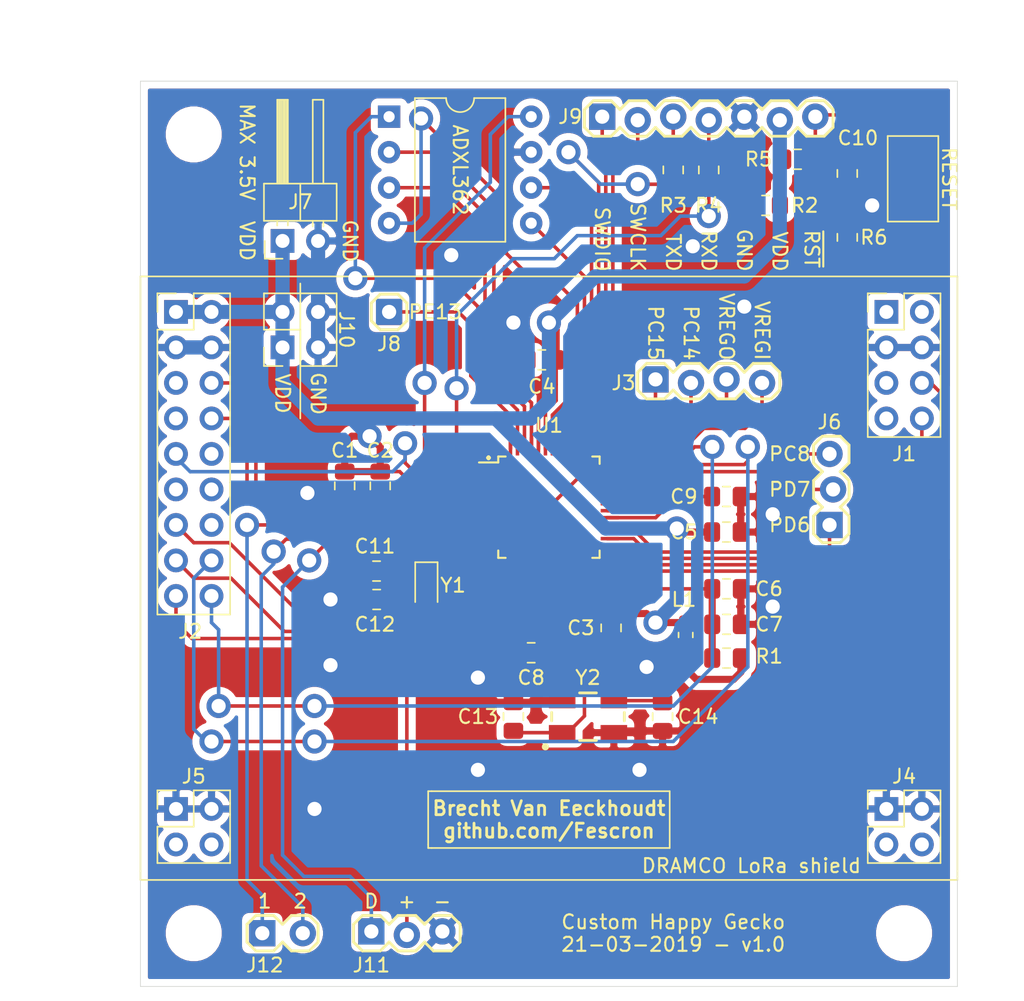
<source format=kicad_pcb>
(kicad_pcb (version 20171130) (host pcbnew 5.1.0-060a0da~80~ubuntu18.10.1)
  (layers (0 F.Cu signal) (31 B.Cu signal) (34 B.Paste user) (35 F.Paste user) (36 B.SilkS user) (37 F.SilkS user) (38 B.Mask user) (39 F.Mask user) (44 Edge.Cuts user))
  (net 0 "")
  (net 1 GND)
  (net 2 VDD)
  (net 3 "Net-(C6-Pad1)")
  (net 4 "Net-(C9-Pad1)")
  (net 5 DBG_~RESET)
  (net 6 TEMP_VDD)
  (net 7 /PC10)
  (net 8 /PA10)
  (net 9 /PC09)
  (net 10 /PA09)
  (net 11 ADXL_VDD)
  (net 12 /PA08)
  (net 13 TEMP_DATA)
  (net 14 /PA02)
  (net 15 DBG_RXD)
  (net 16 DBG_TXD)
  (net 17 ADXL_SCK)
  (net 18 ADXL_MISO)
  (net 19 ADXL_MOSI)
  (net 20 ADXL_~CS)
  (net 21 ADXL_INT2)
  (net 22 ADXL_INT1)
  (net 23 /PD05)
  (net 24 DBG_SWDIO)
  (net 25 /PD04)
  (net 26 DBG_SWCLK)
  (net 27 BREAK_2)
  (net 28 BREAK_1)
  (net 29 "Net-(L1-Pad2)")
  (net 30 /LFXTAL_P)
  (net 31 /LFXTAL_N)
  (net 32 /HFXTAL_P)
  (net 33 /HFXTAL_N)
  (net 34 /B4)
  (net 35 /B3)
  (net 36 /B2)
  (net 37 /B1)
  (net 38 /PC01)
  (net 39 /PC00)
  (net 40 "Net-(J6-Pad1)")
  (net 41 "Net-(R6-Pad1)")
  (net 42 "Net-(J6-Pad3)")
  (net 43 "Net-(J6-Pad2)")
  (net 44 "Net-(J8-Pad1)")
  (net 45 "Net-(J9-Pad4)")
  (net 46 "Net-(J9-Pad3)")
  (module Package_QFP:TQFP-48_7x7mm_P0.5mm (layer F.Cu) (at 127 69.85)
    (fp_text reference U1 (at 0 -5.85) (layer F.SilkS))
    (fp_text value EFM32HG322)
    (pad 48 smd rect (at -2.75 -4.35 90) (size 1.3 0.25) (layers F.Cu F.Paste F.Mask) (net 44 "Net-(J8-Pad1)"))
    (pad 47 smd rect (at -2.25 -4.35 90) (size 1.3 0.25) (layers F.Cu F.Paste F.Mask) (net 17 ADXL_SCK))
    (pad 46 smd rect (at -1.75 -4.35 90) (size 1.3 0.25) (layers F.Cu F.Paste F.Mask) (net 18 ADXL_MISO))
    (pad 45 smd rect (at -1.25 -4.35 90) (size 1.3 0.25) (layers F.Cu F.Paste F.Mask) (net 19 ADXL_MOSI))
    (pad 44 smd rect (at -0.75 -4.35 90) (size 1.3 0.25) (layers F.Cu F.Paste F.Mask) (net 1 GND))
    (pad 43 smd rect (at -0.25 -4.35 90) (size 1.3 0.25) (layers F.Cu F.Paste F.Mask) (net 2 VDD))
    (pad 42 smd rect (at 0.25 -4.35 90) (size 1.3 0.25) (layers F.Cu F.Paste F.Mask) (net 20 ADXL_~CS))
    (pad 41 smd rect (at 0.75 -4.35 90) (size 1.3 0.25) (layers F.Cu F.Paste F.Mask) (net 21 ADXL_INT2))
    (pad 40 smd rect (at 1.25 -4.35 90) (size 1.3 0.25) (layers F.Cu F.Paste F.Mask) (net 22 ADXL_INT1))
    (pad 39 smd rect (at 1.75 -4.35 90) (size 1.3 0.25) (layers F.Cu F.Paste F.Mask) (net 16 DBG_TXD))
    (pad 38 smd rect (at 2.25 -4.35 90) (size 1.3 0.25) (layers F.Cu F.Paste F.Mask) (net 24 DBG_SWDIO))
    (pad 37 smd rect (at 2.75 -4.35 90) (size 1.3 0.25) (layers F.Cu F.Paste F.Mask) (net 26 DBG_SWCLK))
    (pad 36 smd rect (at 4.35 -2.75) (size 1.3 0.25) (layers F.Cu F.Paste F.Mask) (net 37 /B1))
    (pad 35 smd rect (at 4.35 -2.25) (size 1.3 0.25) (layers F.Cu F.Paste F.Mask) (net 36 /B2))
    (pad 34 smd rect (at 4.35 -1.75) (size 1.3 0.25) (layers F.Cu F.Paste F.Mask) (net 35 /B3))
    (pad 33 smd rect (at 4.35 -1.25) (size 1.3 0.25) (layers F.Cu F.Paste F.Mask) (net 34 /B4))
    (pad 32 smd rect (at 4.35 -0.75) (size 1.3 0.25) (layers F.Cu F.Paste F.Mask) (net 7 /PC10))
    (pad 31 smd rect (at 4.35 -0.25) (size 1.3 0.25) (layers F.Cu F.Paste F.Mask) (net 9 /PC09))
    (pad 30 smd rect (at 4.35 0.25) (size 1.3 0.25) (layers F.Cu F.Paste F.Mask) (net 42 "Net-(J6-Pad3)"))
    (pad 29 smd rect (at 4.35 0.75) (size 1.3 0.25) (layers F.Cu F.Paste F.Mask) (net 4 "Net-(C9-Pad1)"))
    (pad 28 smd rect (at 4.35 1.25) (size 1.3 0.25) (layers F.Cu F.Paste F.Mask) (net 2 VDD))
    (pad 27 smd rect (at 4.35 1.75) (size 1.3 0.25) (layers F.Cu F.Paste F.Mask) (net 43 "Net-(J6-Pad2)"))
    (pad 26 smd rect (at 4.35 2.25) (size 1.3 0.25) (layers F.Cu F.Paste F.Mask) (net 40 "Net-(J6-Pad1)"))
    (pad 25 smd rect (at 4.35 2.75) (size 1.3 0.25) (layers F.Cu F.Paste F.Mask) (net 23 /PD05))
    (pad 24 smd rect (at 2.75 4.35 90) (size 1.3 0.25) (layers F.Cu F.Paste F.Mask) (net 25 /PD04))
    (pad 23 smd rect (at 2.25 4.35 90) (size 1.3 0.25) (layers F.Cu F.Paste F.Mask) (net 3 "Net-(C6-Pad1)"))
    (pad 22 smd rect (at 1.75 4.35 90) (size 1.3 0.25) (layers F.Cu F.Paste F.Mask) (net 2 VDD))
    (pad 21 smd rect (at 1.25 4.35 90) (size 1.3 0.25) (layers F.Cu F.Paste F.Mask) (net 33 /HFXTAL_N))
    (pad 20 smd rect (at 0.75 4.35 90) (size 1.3 0.25) (layers F.Cu F.Paste F.Mask) (net 32 /HFXTAL_P))
    (pad 19 smd rect (at 0.25 4.35 90) (size 1.3 0.25) (layers F.Cu F.Paste F.Mask) (net 3 "Net-(C6-Pad1)"))
    (pad 18 smd rect (at -0.25 4.35 90) (size 1.3 0.25) (layers F.Cu F.Paste F.Mask) (net 1 GND))
    (pad 17 smd rect (at -0.75 4.35 90) (size 1.3 0.25) (layers F.Cu F.Paste F.Mask) (net 6 TEMP_VDD))
    (pad 16 smd rect (at -1.25 4.35 90) (size 1.3 0.25) (layers F.Cu F.Paste F.Mask) (net 5 DBG_~RESET))
    (pad 15 smd rect (at -1.75 4.35 90) (size 1.3 0.25) (layers F.Cu F.Paste F.Mask) (net 8 /PA10))
    (pad 14 smd rect (at -2.25 4.35 90) (size 1.3 0.25) (layers F.Cu F.Paste F.Mask) (net 10 /PA09))
    (pad 13 smd rect (at -2.75 4.35 90) (size 1.3 0.25) (layers F.Cu F.Paste F.Mask) (net 12 /PA08))
    (pad 12 smd rect (at -4.35 2.75) (size 1.3 0.25) (layers F.Cu F.Paste F.Mask) (net 31 /LFXTAL_N))
    (pad 11 smd rect (at -4.35 2.25) (size 1.3 0.25) (layers F.Cu F.Paste F.Mask) (net 30 /LFXTAL_P))
    (pad 10 smd rect (at -4.35 1.75) (size 1.3 0.25) (layers F.Cu F.Paste F.Mask) (net 13 TEMP_DATA))
    (pad 9 smd rect (at -4.35 1.25) (size 1.3 0.25) (layers F.Cu F.Paste F.Mask) (net 27 BREAK_2))
    (pad 8 smd rect (at -4.35 0.75) (size 1.3 0.25) (layers F.Cu F.Paste F.Mask) (net 28 BREAK_1))
    (pad 7 smd rect (at -4.35 0.25) (size 1.3 0.25) (layers F.Cu F.Paste F.Mask) (net 38 /PC01))
    (pad 6 smd rect (at -4.35 -0.25) (size 1.3 0.25) (layers F.Cu F.Paste F.Mask) (net 39 /PC00))
    (pad 5 smd rect (at -4.35 -0.75) (size 1.3 0.25) (layers F.Cu F.Paste F.Mask) (net 1 GND))
    (pad 4 smd rect (at -4.35 -1.25) (size 1.3 0.25) (layers F.Cu F.Paste F.Mask) (net 2 VDD))
    (pad 3 smd rect (at -4.35 -1.75) (size 1.3 0.25) (layers F.Cu F.Paste F.Mask) (net 14 /PA02))
    (pad 2 smd rect (at -4.35 -2.25) (size 1.3 0.25) (layers F.Cu F.Paste F.Mask) (net 11 ADXL_VDD))
    (pad 1 smd rect (at -4.35 -2.75) (size 1.3 0.25) (layers F.Cu F.Paste F.Mask) (net 15 DBG_RXD))
  )
  (module Inductor_SMD:L_0603_1608Metric_Pad1.05x0.95mm_HandSolder (layer F.Cu) (at 136.779 78.994 270)
    (fp_text reference L1 (at -2.54 0.127) (layer F.SilkS))
    (fp_text value CBF102WB)
    (pad 2 smd roundrect (at 0.875 0 270) (size 1.05 0.95) (layers F.Cu F.Paste F.Mask) (net 29 "Net-(L1-Pad2)"))
    (pad 1 smd roundrect (at -0.875 0 270) (size 1.05 0.95) (layers F.Cu F.Paste F.Mask) (net 2 VDD))
  )
  (module Connectors:1X02_LOCK (layer F.Cu) (at 106.68 100.33)
    (fp_text reference J12 (at 0 2.286) (layer F.SilkS))
    (fp_text value Conn_01x02 hide)
    (pad 2 thru_hole circle (at 2.7178 0) (size 1.8796 1.8796) (drill 1.016) (layers *.Cu *.Mask) (net 27 BREAK_2))
    (pad 1 thru_hole rect (at -0.1778 0) (size 1.8796 1.8796) (drill 1.016) (layers *.Cu *.Mask) (net 28 BREAK_1))
  )
  (module Connectors:1X03_LOCK (layer F.Cu) (at 114.3 100.33)
    (fp_text reference J11 (at 0 2.286) (layer F.SilkS))
    (fp_text value Conn_01x03 hide)
    (pad 3 thru_hole circle (at 5.08 -0.127) (size 1.8796 1.8796) (drill 1.016) (layers *.Cu *.Mask) (net 1 GND))
    (pad 2 thru_hole circle (at 2.54 0.127) (size 1.8796 1.8796) (drill 1.016) (layers *.Cu *.Mask) (net 6 TEMP_VDD))
    (pad 1 thru_hole rect (at 0 -0.127) (size 1.8796 1.8796) (drill 1.016) (layers *.Cu *.Mask) (net 13 TEMP_DATA))
  )
  (module Connector_PinSocket_2.54mm:PinSocket_2x02_P2.54mm_Vertical (layer F.Cu) (at 107.95 58.42 180)
    (fp_text reference J10 (at -4.572 1.27 270 unlocked) (layer F.SilkS))
    (fp_text value Conn_02x02_Odd_Even)
    (pad 4 thru_hole oval (at -2.54 2.54 180) (size 1.7 1.7) (drill 1) (layers *.Cu *.Mask) (net 1 GND))
    (pad 3 thru_hole oval (at 0 2.54 180) (size 1.7 1.7) (drill 1) (layers *.Cu *.Mask) (net 2 VDD))
    (pad 2 thru_hole oval (at -2.54 0 180) (size 1.7 1.7) (drill 1) (layers *.Cu *.Mask) (net 1 GND))
    (pad 1 thru_hole rect (at 0 0 180) (size 1.7 1.7) (drill 1) (layers *.Cu *.Mask) (net 2 VDD))
  )
  (module Connectors:1X07_LOCK (layer F.Cu) (at 130.81 42.037)
    (fp_text reference J9 (at -2.286 -0.127) (layer F.SilkS))
    (fp_text value Conn_01x07 hide)
    (pad 7 thru_hole circle (at 15.24 -0.127) (size 1.8796 1.8796) (drill 1.016) (layers *.Cu *.Mask) (net 5 DBG_~RESET))
    (pad 6 thru_hole circle (at 12.7 0.127) (size 1.8796 1.8796) (drill 1.016) (layers *.Cu *.Mask) (net 2 VDD))
    (pad 5 thru_hole circle (at 10.16 -0.127) (size 1.8796 1.8796) (drill 1.016) (layers *.Cu *.Mask) (net 1 GND))
    (pad 4 thru_hole circle (at 7.62 0.127) (size 1.8796 1.8796) (drill 1.016) (layers *.Cu *.Mask) (net 45 "Net-(J9-Pad4)"))
    (pad 3 thru_hole circle (at 5.08 -0.127) (size 1.8796 1.8796) (drill 1.016) (layers *.Cu *.Mask) (net 46 "Net-(J9-Pad3)"))
    (pad 2 thru_hole circle (at 2.54 0.127) (size 1.8796 1.8796) (drill 1.016) (layers *.Cu *.Mask) (net 26 DBG_SWCLK))
    (pad 1 thru_hole rect (at 0 -0.127) (size 1.8796 1.8796) (drill 1.016) (layers *.Cu *.Mask) (net 24 DBG_SWDIO))
  )
  (module Connectors:1X01 (layer F.Cu) (at 115.57 55.88 90)
    (fp_text reference J8 (at -2.286 0 180) (layer F.SilkS))
    (fp_text value Conn_01x01 hide)
    (pad 1 thru_hole rect (at 0 0 90) (size 1.8796 1.8796) (drill 1.016) (layers *.Cu *.Mask) (net 44 "Net-(J8-Pad1)"))
  )
  (module Connector_PinHeader_2.54mm:PinHeader_1x02_P2.54mm_Horizontal (layer F.Cu) (at 107.95 50.8 90)
    (fp_text reference J7 (at 2.794 1.27 180) (layer F.SilkS))
    (fp_text value Conn_01x02)
    (pad 2 thru_hole oval (at 0 2.54 90) (size 1.7 1.7) (drill 1) (layers *.Cu *.Mask) (net 1 GND))
    (pad 1 thru_hole rect (at 0 0 90) (size 1.7 1.7) (drill 1) (layers *.Cu *.Mask) (net 2 VDD))
  )
  (module Connectors:1X03_LOCK (layer F.Cu) (at 147.193 71.12 90)
    (fp_text reference J6 (at 7.366 -0.127 180) (layer F.SilkS))
    (fp_text value Conn_01x03 hide)
    (pad 3 thru_hole circle (at 5.08 -0.127 90) (size 1.8796 1.8796) (drill 1.016) (layers *.Cu *.Mask) (net 42 "Net-(J6-Pad3)"))
    (pad 2 thru_hole circle (at 2.54 0.127 90) (size 1.8796 1.8796) (drill 1.016) (layers *.Cu *.Mask) (net 43 "Net-(J6-Pad2)"))
    (pad 1 thru_hole rect (at 0 -0.127 90) (size 1.8796 1.8796) (drill 1.016) (layers *.Cu *.Mask) (net 40 "Net-(J6-Pad1)"))
  )
  (module Connector_PinHeader_2.54mm:PinHeader_2x02_P2.54mm_Vertical (layer F.Cu) (at 100.33 91.44)
    (fp_text reference J5 (at 1.27 -2.33) (layer F.SilkS))
    (fp_text value Conn_02x02_Odd_Even)
    (pad 4 thru_hole oval (at 2.54 2.54) (size 1.7 1.7) (drill 1) (layers *.Cu *.Mask))
    (pad 3 thru_hole oval (at 0 2.54) (size 1.7 1.7) (drill 1) (layers *.Cu *.Mask))
    (pad 2 thru_hole oval (at 2.54 0) (size 1.7 1.7) (drill 1) (layers *.Cu *.Mask) (net 1 GND))
    (pad 1 thru_hole rect (at 0 0) (size 1.7 1.7) (drill 1) (layers *.Cu *.Mask) (net 1 GND))
  )
  (module Connector_PinHeader_2.54mm:PinHeader_2x02_P2.54mm_Vertical (layer F.Cu) (at 151.13 91.44)
    (fp_text reference J4 (at 1.27 -2.33) (layer F.SilkS))
    (fp_text value Conn_02x02_Odd_Even)
    (pad 4 thru_hole oval (at 2.54 2.54) (size 1.7 1.7) (drill 1) (layers *.Cu *.Mask))
    (pad 3 thru_hole oval (at 0 2.54) (size 1.7 1.7) (drill 1) (layers *.Cu *.Mask))
    (pad 2 thru_hole oval (at 2.54 0) (size 1.7 1.7) (drill 1) (layers *.Cu *.Mask) (net 1 GND))
    (pad 1 thru_hole rect (at 0 0) (size 1.7 1.7) (drill 1) (layers *.Cu *.Mask) (net 1 GND))
  )
  (module Connector_PinHeader_2.54mm:PinHeader_2x09_P2.54mm_Vertical (layer F.Cu) (at 100.33 55.88)
    (fp_text reference J2 (at 1.016 22.86) (layer F.SilkS))
    (fp_text value Conn_02x09_Odd_Even)
    (pad 18 thru_hole oval (at 2.54 20.32) (size 1.7 1.7) (drill 1) (layers *.Cu *.Mask) (net 7 /PC10))
    (pad 17 thru_hole oval (at 0 20.32) (size 1.7 1.7) (drill 1) (layers *.Cu *.Mask) (net 8 /PA10))
    (pad 16 thru_hole oval (at 2.54 17.78) (size 1.7 1.7) (drill 1) (layers *.Cu *.Mask) (net 9 /PC09))
    (pad 15 thru_hole oval (at 0 17.78) (size 1.7 1.7) (drill 1) (layers *.Cu *.Mask) (net 10 /PA09))
    (pad 14 thru_hole oval (at 2.54 15.24) (size 1.7 1.7) (drill 1) (layers *.Cu *.Mask))
    (pad 13 thru_hole oval (at 0 15.24) (size 1.7 1.7) (drill 1) (layers *.Cu *.Mask) (net 12 /PA08))
    (pad 12 thru_hole oval (at 2.54 12.7) (size 1.7 1.7) (drill 1) (layers *.Cu *.Mask))
    (pad 11 thru_hole oval (at 0 12.7) (size 1.7 1.7) (drill 1) (layers *.Cu *.Mask))
    (pad 10 thru_hole oval (at 2.54 10.16) (size 1.7 1.7) (drill 1) (layers *.Cu *.Mask))
    (pad 9 thru_hole oval (at 0 10.16) (size 1.7 1.7) (drill 1) (layers *.Cu *.Mask) (net 14 /PA02))
    (pad 8 thru_hole oval (at 2.54 7.62) (size 1.7 1.7) (drill 1) (layers *.Cu *.Mask) (net 38 /PC01))
    (pad 7 thru_hole oval (at 0 7.62) (size 1.7 1.7) (drill 1) (layers *.Cu *.Mask))
    (pad 6 thru_hole oval (at 2.54 5.08) (size 1.7 1.7) (drill 1) (layers *.Cu *.Mask) (net 39 /PC00))
    (pad 5 thru_hole oval (at 0 5.08) (size 1.7 1.7) (drill 1) (layers *.Cu *.Mask))
    (pad 4 thru_hole oval (at 2.54 2.54) (size 1.7 1.7) (drill 1) (layers *.Cu *.Mask) (net 1 GND))
    (pad 3 thru_hole oval (at 0 2.54) (size 1.7 1.7) (drill 1) (layers *.Cu *.Mask) (net 1 GND))
    (pad 2 thru_hole oval (at 2.54 0) (size 1.7 1.7) (drill 1) (layers *.Cu *.Mask) (net 2 VDD))
    (pad 1 thru_hole rect (at 0 0) (size 1.7 1.7) (drill 1) (layers *.Cu *.Mask) (net 2 VDD))
  )
  (module Connector_PinHeader_2.54mm:PinHeader_2x04_P2.54mm_Vertical (layer F.Cu) (at 151.13 55.88)
    (fp_text reference J1 (at 1.27 10.16) (layer F.SilkS))
    (fp_text value Conn_02x04_Odd_Even)
    (pad 8 thru_hole oval (at 2.54 7.62) (size 1.7 1.7) (drill 1) (layers *.Cu *.Mask) (net 23 /PD05))
    (pad 7 thru_hole oval (at 0 7.62) (size 1.7 1.7) (drill 1) (layers *.Cu *.Mask))
    (pad 6 thru_hole oval (at 2.54 5.08) (size 1.7 1.7) (drill 1) (layers *.Cu *.Mask) (net 25 /PD04))
    (pad 5 thru_hole oval (at 0 5.08) (size 1.7 1.7) (drill 1) (layers *.Cu *.Mask))
    (pad 4 thru_hole oval (at 2.54 2.54) (size 1.7 1.7) (drill 1) (layers *.Cu *.Mask) (net 1 GND))
    (pad 3 thru_hole oval (at 0 2.54) (size 1.7 1.7) (drill 1) (layers *.Cu *.Mask) (net 1 GND))
    (pad 2 thru_hole oval (at 2.54 0) (size 1.7 1.7) (drill 1) (layers *.Cu *.Mask))
    (pad 1 thru_hole rect (at 0 0) (size 1.7 1.7) (drill 1) (layers *.Cu *.Mask))
  )
  (module Connectors:1X04_LOCK (layer F.Cu) (at 134.62 60.833)
    (fp_text reference J3 (at -2.286 0.127) (layer F.SilkS))
    (fp_text value Conn_01x04 hide)
    (pad 4 thru_hole circle (at 7.62 0.127) (size 1.8796 1.8796) (drill 1.016) (layers *.Cu *.Mask) (net 34 /B4))
    (pad 3 thru_hole circle (at 5.08 -0.127) (size 1.8796 1.8796) (drill 1.016) (layers *.Cu *.Mask) (net 35 /B3))
    (pad 2 thru_hole circle (at 2.54 0.127) (size 1.8796 1.8796) (drill 1.016) (layers *.Cu *.Mask) (net 36 /B2))
    (pad 1 thru_hole rect (at 0 -0.127) (size 1.8796 1.8796) (drill 1.016) (layers *.Cu *.Mask) (net 37 /B1))
  )
  (module Capacitor_SMD:C_0805_2012Metric_Pad1.15x1.40mm_HandSolder (layer F.Cu) (at 125.73 80.264 180)
    (fp_text reference C8 (at 0 -1.778 180) (layer F.SilkS))
    (fp_text value "10 nF")
    (pad 2 smd roundrect (at 1.025 0 180) (size 1.15 1.4) (layers F.Cu F.Paste F.Mask) (roundrect_rratio 0.217391) (net 1 GND))
    (pad 1 smd roundrect (at -1.025 0 180) (size 1.15 1.4) (layers F.Cu F.Paste F.Mask) (roundrect_rratio 0.217391) (net 3 "Net-(C6-Pad1)"))
  )
  (module Capacitor_SMD:C_0805_2012Metric_Pad1.15x1.40mm_HandSolder (layer F.Cu) (at 114.935 68.326 270)
    (fp_text reference C2 (at -2.54 0) (layer F.SilkS))
    (fp_text value "100 nF")
    (pad 2 smd roundrect (at 1.025 0 270) (size 1.15 1.4) (layers F.Cu F.Paste F.Mask) (roundrect_rratio 0.217391) (net 1 GND))
    (pad 1 smd roundrect (at -1.025 0 270) (size 1.15 1.4) (layers F.Cu F.Paste F.Mask) (roundrect_rratio 0.217391) (net 2 VDD))
  )
  (module Crystal:Crystal_SMD_2012-2Pin_2.0x1.2mm_HandSoldering (layer F.Cu) (at 118.237 75.438 270)
    (fp_text reference Y1 (at 0 -1.905) (layer F.SilkS))
    (fp_text value "32,768 kHz")
    (pad 2 smd rect (at 0.925 0 270) (size 1.05 1.1) (layers F.Cu F.Paste F.Mask) (net 31 /LFXTAL_N))
    (pad 1 smd rect (at -0.925 0 270) (size 1.05 1.1) (layers F.Cu F.Paste F.Mask) (net 30 /LFXTAL_P))
  )
  (module Package_DIP:DIP-8_W10.16mm (layer F.Cu) (at 115.57 41.91)
    (fp_text reference U2 hide)
    (fp_text value ADXL362-breakout)
    (pad 8 thru_hole oval (at 10.16 0) (size 1.6 1.6) (drill 0.8) (layers *.Cu *.Mask) (net 11 ADXL_VDD))
    (pad 4 thru_hole oval (at 0 7.62) (size 1.6 1.6) (drill 0.8) (layers *.Cu *.Mask) (net 20 ADXL_~CS))
    (pad 7 thru_hole oval (at 10.16 2.54) (size 1.6 1.6) (drill 0.8) (layers *.Cu *.Mask) (net 1 GND))
    (pad 3 thru_hole oval (at 0 5.08) (size 1.6 1.6) (drill 0.8) (layers *.Cu *.Mask) (net 18 ADXL_MISO))
    (pad 6 thru_hole oval (at 10.16 5.08) (size 1.6 1.6) (drill 0.8) (layers *.Cu *.Mask) (net 22 ADXL_INT1))
    (pad 2 thru_hole oval (at 0 2.54) (size 1.6 1.6) (drill 0.8) (layers *.Cu *.Mask) (net 19 ADXL_MOSI))
    (pad 5 thru_hole oval (at 10.16 7.62) (size 1.6 1.6) (drill 0.8) (layers *.Cu *.Mask) (net 21 ADXL_INT2))
    (pad 1 thru_hole rect (at 0 0) (size 1.6 1.6) (drill 0.8) (layers *.Cu *.Mask) (net 17 ADXL_SCK))
  )
  (module Capacitor_SMD:C_0805_2012Metric_Pad1.15x1.40mm_HandSolder (layer F.Cu) (at 112.395 68.326 270)
    (fp_text reference C1 (at -2.54 0 180) (layer F.SilkS))
    (fp_text value "10 µF")
    (pad 2 smd roundrect (at 1.025 0 270) (size 1.15 1.4) (layers F.Cu F.Paste F.Mask) (roundrect_rratio 0.217391) (net 1 GND))
    (pad 1 smd roundrect (at -1.025 0 270) (size 1.15 1.4) (layers F.Cu F.Paste F.Mask) (roundrect_rratio 0.217391) (net 2 VDD))
  )
  (module Button_Switch_SMD:SW_SPST_FSMSM (layer F.Cu) (at 153.035 46.355 270)
    (fp_text reference RESET (at 0 -2.6 270 unlocked) (layer F.SilkS))
    (fp_text value SW_Push)
    (pad 2 smd rect (at 4.59 0 270) (size 2.18 1.6) (layers F.Cu F.Paste F.Mask) (net 41 "Net-(R6-Pad1)"))
    (pad 1 smd rect (at -4.59 0 270) (size 2.18 1.6) (layers F.Cu F.Paste F.Mask) (net 5 DBG_~RESET))
  )
  (module Resistor_SMD:R_0805_2012Metric_Pad1.15x1.40mm_HandSolder (layer F.Cu) (at 148.336 50.546 90)
    (fp_text reference R6 (at 0 1.905 180) (layer F.SilkS))
    (fp_text value "100 Ω")
    (pad 1 smd roundrect (at -1.025 0 90) (size 1.15 1.4) (layers F.Cu F.Paste F.Mask) (roundrect_rratio 0.217391) (net 41 "Net-(R6-Pad1)"))
    (pad 2 smd roundrect (at 1.025 0 90) (size 1.15 1.4) (layers F.Cu F.Paste F.Mask) (roundrect_rratio 0.217391) (net 1 GND))
  )
  (module Resistor_SMD:R_0805_2012Metric_Pad1.15x1.40mm_HandSolder (layer F.Cu) (at 144.78 44.958)
    (fp_text reference R5 (at -2.794 0) (layer F.SilkS))
    (fp_text value "1 kΩ" hide)
    (pad 2 smd roundrect (at 1.025 0) (size 1.15 1.4) (layers F.Cu F.Paste F.Mask) (roundrect_rratio 0.217391) (net 5 DBG_~RESET))
    (pad 1 smd roundrect (at -1.025 0) (size 1.15 1.4) (layers F.Cu F.Paste F.Mask) (roundrect_rratio 0.217391) (net 2 VDD))
  )
  (module Resistor_SMD:R_0805_2012Metric_Pad1.15x1.40mm_HandSolder (layer F.Cu) (at 138.43 45.72 270)
    (fp_text reference R4 (at 2.54 0) (layer F.SilkS))
    (fp_text value "100 Ω" hide)
    (pad 2 smd roundrect (at 1.025 0 270) (size 1.15 1.4) (layers F.Cu F.Paste F.Mask) (roundrect_rratio 0.217391) (net 15 DBG_RXD))
    (pad 1 smd roundrect (at -1.025 0 270) (size 1.15 1.4) (layers F.Cu F.Paste F.Mask) (roundrect_rratio 0.217391) (net 45 "Net-(J9-Pad4)"))
  )
  (module Resistor_SMD:R_0805_2012Metric_Pad1.15x1.40mm_HandSolder (layer F.Cu) (at 135.89 45.72 270)
    (fp_text reference R3 (at 2.54 0) (layer F.SilkS))
    (fp_text value "100 Ω")
    (pad 2 smd roundrect (at 1.025 0 270) (size 1.15 1.4) (layers F.Cu F.Paste F.Mask) (roundrect_rratio 0.217391) (net 16 DBG_TXD))
    (pad 1 smd roundrect (at -1.025 0 270) (size 1.15 1.4) (layers F.Cu F.Paste F.Mask) (roundrect_rratio 0.217391) (net 46 "Net-(J9-Pad3)"))
  )
  (module Resistor_SMD:R_0805_2012Metric_Pad1.15x1.40mm_HandSolder (layer F.Cu) (at 142.494 48.26 180)
    (fp_text reference R2 (at -2.794 0 180) (layer F.SilkS))
    (fp_text value "10 kΩ")
    (pad 2 smd roundrect (at 1.025 0 180) (size 1.15 1.4) (layers F.Cu F.Paste F.Mask) (roundrect_rratio 0.217391) (net 15 DBG_RXD))
    (pad 1 smd roundrect (at -1.025 0 180) (size 1.15 1.4) (layers F.Cu F.Paste F.Mask) (roundrect_rratio 0.217391) (net 2 VDD))
  )
  (module Resistor_SMD:R_0805_2012Metric_Pad1.15x1.40mm_HandSolder (layer F.Cu) (at 139.7 80.645 180)
    (fp_text reference R1 (at -3.048 0.127 180) (layer F.SilkS))
    (fp_text value "1 Ω")
    (pad 2 smd roundrect (at 1.025 0 180) (size 1.15 1.4) (layers F.Cu F.Paste F.Mask) (roundrect_rratio 0.217391) (net 3 "Net-(C6-Pad1)"))
    (pad 1 smd roundrect (at -1.025 0 180) (size 1.15 1.4) (layers F.Cu F.Paste F.Mask) (roundrect_rratio 0.217391) (net 29 "Net-(L1-Pad2)"))
  )
  (module MountingHole:MountingHole_3mm (layer F.Cu) (at 152.4 100.33)
    (fp_text reference H3 hide)
    (fp_text value MountingHole)
    (pad 1 np_thru_hole circle (at 0 0) (size 3 3) (drill 3) (layers *.Cu *.Mask))
  )
  (module MountingHole:MountingHole_3mm (layer F.Cu) (at 101.6 100.33)
    (fp_text reference H2 hide)
    (fp_text value MountingHole)
    (pad 1 np_thru_hole circle (at 0 0) (size 3 3) (drill 3) (layers *.Cu *.Mask))
  )
  (module MountingHole:MountingHole_3mm (layer F.Cu) (at 101.6 43.18)
    (fp_text reference H1 hide)
    (fp_text value MountingHole hide)
    (pad 1 np_thru_hole circle (at 0 0) (size 3 3) (drill 3) (layers *.Cu *.Mask))
  )
  (module Capacitor_SMD:C_0805_2012Metric_Pad1.15x1.40mm_HandSolder (layer F.Cu) (at 135.128 84.836 270)
    (fp_text reference C14 (at 0 -2.54) (layer F.SilkS))
    (fp_text value "12 pF")
    (pad 2 smd roundrect (at 1.025 0 270) (size 1.15 1.4) (layers F.Cu F.Paste F.Mask) (roundrect_rratio 0.217391) (net 1 GND))
    (pad 1 smd roundrect (at -1.025 0 270) (size 1.15 1.4) (layers F.Cu F.Paste F.Mask) (roundrect_rratio 0.217391) (net 33 /HFXTAL_N))
  )
  (module Capacitor_SMD:C_0805_2012Metric_Pad1.15x1.40mm_HandSolder (layer F.Cu) (at 124.46 84.827 90)
    (fp_text reference C13 (at -0.009 -2.54 180) (layer F.SilkS))
    (fp_text value "12 pF")
    (pad 2 smd roundrect (at 1.025 0 90) (size 1.15 1.4) (layers F.Cu F.Paste F.Mask) (roundrect_rratio 0.217391) (net 1 GND))
    (pad 1 smd roundrect (at -1.025 0 90) (size 1.15 1.4) (layers F.Cu F.Paste F.Mask) (roundrect_rratio 0.217391) (net 32 /HFXTAL_P))
  )
  (module Capacitor_SMD:C_0805_2012Metric_Pad1.15x1.40mm_HandSolder (layer F.Cu) (at 114.681 76.454 180)
    (fp_text reference C12 (at 0.127 -1.778 180) (layer F.SilkS))
    (fp_text value "18 pF")
    (pad 2 smd roundrect (at 1.025 0 180) (size 1.15 1.4) (layers F.Cu F.Paste F.Mask) (roundrect_rratio 0.217391) (net 1 GND))
    (pad 1 smd roundrect (at -1.025 0 180) (size 1.15 1.4) (layers F.Cu F.Paste F.Mask) (roundrect_rratio 0.217391) (net 31 /LFXTAL_N))
  )
  (module Capacitor_SMD:C_0805_2012Metric_Pad1.15x1.40mm_HandSolder (layer F.Cu) (at 114.672 74.422 180)
    (fp_text reference C11 (at 0.118 1.778 180) (layer F.SilkS))
    (fp_text value "18 pF")
    (pad 1 smd roundrect (at -1.025 0 180) (size 1.15 1.4) (layers F.Cu F.Paste F.Mask) (roundrect_rratio 0.217391) (net 30 /LFXTAL_P))
    (pad 2 smd roundrect (at 1.025 0 180) (size 1.15 1.4) (layers F.Cu F.Paste F.Mask) (roundrect_rratio 0.217391) (net 1 GND))
  )
  (module Capacitor_SMD:C_0805_2012Metric_Pad1.15x1.40mm_HandSolder (layer F.Cu) (at 148.336 45.974 270)
    (fp_text reference C10 (at -2.54 -0.762) (layer F.SilkS))
    (fp_text value "100 nF")
    (pad 1 smd roundrect (at -1.025 0 270) (size 1.15 1.4) (layers F.Cu F.Paste F.Mask) (roundrect_rratio 0.217391) (net 5 DBG_~RESET))
    (pad 2 smd roundrect (at 1.025 0 270) (size 1.15 1.4) (layers F.Cu F.Paste F.Mask) (roundrect_rratio 0.217391) (net 1 GND))
  )
  (module Capacitor_SMD:C_0805_2012Metric_Pad1.15x1.40mm_HandSolder (layer F.Cu) (at 139.691 69.088)
    (fp_text reference C9 (at -3.039 0) (layer F.SilkS))
    (fp_text value "1 µF")
    (pad 2 smd roundrect (at 1.025 0) (size 1.15 1.4) (layers F.Cu F.Paste F.Mask) (roundrect_rratio 0.217391) (net 1 GND))
    (pad 1 smd roundrect (at -1.025 0) (size 1.15 1.4) (layers F.Cu F.Paste F.Mask) (roundrect_rratio 0.217391) (net 4 "Net-(C9-Pad1)"))
  )
  (module Capacitor_SMD:C_0805_2012Metric_Pad1.15x1.40mm_HandSolder (layer F.Cu) (at 139.7 78.232)
    (fp_text reference C7 (at 3.048 0) (layer F.SilkS))
    (fp_text value "10 nF")
    (pad 2 smd roundrect (at 1.025 0) (size 1.15 1.4) (layers F.Cu F.Paste F.Mask) (roundrect_rratio 0.217391) (net 1 GND))
    (pad 1 smd roundrect (at -1.025 0) (size 1.15 1.4) (layers F.Cu F.Paste F.Mask) (roundrect_rratio 0.217391) (net 3 "Net-(C6-Pad1)"))
  )
  (module Capacitor_SMD:C_0805_2012Metric_Pad1.15x1.40mm_HandSolder (layer F.Cu) (at 139.7 75.692)
    (fp_text reference C6 (at 3.048 0) (layer F.SilkS))
    (fp_text value "10 µF")
    (pad 2 smd roundrect (at 1.025 0) (size 1.15 1.4) (layers F.Cu F.Paste F.Mask) (roundrect_rratio 0.217391) (net 1 GND))
    (pad 1 smd roundrect (at -1.025 0) (size 1.15 1.4) (layers F.Cu F.Paste F.Mask) (roundrect_rratio 0.217391) (net 3 "Net-(C6-Pad1)"))
  )
  (module Capacitor_SMD:C_0805_2012Metric_Pad1.15x1.40mm_HandSolder (layer F.Cu) (at 139.691 71.628)
    (fp_text reference C5 (at -3.039 0) (layer F.SilkS))
    (fp_text value "100 nF")
    (pad 2 smd roundrect (at 1.025 0) (size 1.15 1.4) (layers F.Cu F.Paste F.Mask) (roundrect_rratio 0.217391) (net 1 GND))
    (pad 1 smd roundrect (at -1.025 0) (size 1.15 1.4) (layers F.Cu F.Paste F.Mask) (roundrect_rratio 0.217391) (net 2 VDD))
  )
  (module Capacitor_SMD:C_0805_2012Metric_Pad1.15x1.40mm_HandSolder (layer F.Cu) (at 126.492 59.309 180)
    (fp_text reference C4 (at 0 -1.905 180) (layer F.SilkS))
    (fp_text value "100 nF" hide)
    (pad 2 smd roundrect (at 1.025 0 180) (size 1.15 1.4) (layers F.Cu F.Paste F.Mask) (roundrect_rratio 0.217391) (net 1 GND))
    (pad 1 smd roundrect (at -1.025 0 180) (size 1.15 1.4) (layers F.Cu F.Paste F.Mask) (roundrect_rratio 0.217391) (net 2 VDD))
  )
  (module Capacitor_SMD:C_0805_2012Metric_Pad1.15x1.40mm_HandSolder (layer F.Cu) (at 131.445 78.486 270)
    (fp_text reference C3 (at 0 2.159) (layer F.SilkS))
    (fp_text value "100 nF")
    (pad 2 smd roundrect (at 1.025 0 270) (size 1.15 1.4) (layers F.Cu F.Paste F.Mask) (roundrect_rratio 0.217391) (net 1 GND))
    (pad 1 smd roundrect (at -1.025 0 270) (size 1.15 1.4) (layers F.Cu F.Paste F.Mask) (roundrect_rratio 0.217391) (net 2 VDD))
  )
  (module Clocks:CRYSTAL-SMD-5X3.2-4PAD (layer F.Cu) (at 129.794 84.836)
    (fp_text reference Y2 (at 0 -2.794) (layer F.SilkS))
    (fp_text value "24 MHz" hide)
    (pad 1 smd rect (at -1.84912 1.14808) (size 1.89992 1.09982) (layers F.Cu F.Paste F.Mask) (net 32 /HFXTAL_P))
    (pad 2 smd rect (at 1.84912 1.14808) (size 1.89992 1.09982) (layers F.Cu F.Paste F.Mask) (net 1 GND))
    (pad 3 smd rect (at 1.84912 -1.14808) (size 1.89992 1.09982) (layers F.Cu F.Paste F.Mask) (net 33 /HFXTAL_N))
    (pad 4 smd rect (at -1.84912 -1.14808) (size 1.89992 1.09982) (layers F.Cu F.Paste F.Mask) (net 1 GND))
  )
  (gr_text "MAX 3.5V" (at 105.41 48.006 270) (layer F.SilkS) (effects (font (size 1 1)) (justify right)))
  (gr_line (start 135.636 94.234) (end 135.636 93.98) (layer F.SilkS) (width 0.12))
  (gr_line (start 118.364 94.234) (end 118.618 94.234) (layer F.SilkS) (width 0.12))
  (gr_line (start 118.364 93.98) (end 118.364 94.234) (layer F.SilkS) (width 0.12))
  (gr_line (start 118.618 90.17) (end 118.364 90.17) (layer F.SilkS) (width 0.12))
  (gr_line (start 118.364 93.98) (end 118.364 90.17) (layer F.SilkS) (width 0.12))
  (gr_line (start 135.636 94.234) (end 118.618 94.234) (layer F.SilkS) (width 0.12))
  (gr_line (start 135.636 90.17) (end 135.636 93.98) (layer F.SilkS) (width 0.12))
  (gr_line (start 118.618 90.17) (end 135.636 90.17) (layer F.SilkS) (width 0.12))
  (gr_text . (at 122.682 65.913) (layer F.SilkS) (effects (font (size 1 1) (thickness 0.25))))
  (gr_text ADXL362 (at 120.65 45.72 270) (layer F.SilkS) (effects (font (size 1 1))))
  (gr_text "Custom Happy Gecko\n21-03-2019 - v1.0" (at 135.89 100.33) (layer F.SilkS) (effects (font (size 1 1))))
  (gr_text "DRAMCO LoRa shield" (at 141.478 95.504) (layer F.SilkS) (effects (font (size 1 1))))
  (gr_text ~RST (at 145.796 52.832 270) (layer F.SilkS) (effects (font (size 1 1)) (justify right)))
  (gr_text VDD (at 143.51 53.086 270) (layer F.SilkS) (effects (font (size 1 1)) (justify right)))
  (gr_text GND (at 140.97 53.086 270) (layer F.SilkS) (effects (font (size 1 1)) (justify right)))
  (gr_text RXD (at 138.43 53.086 270) (layer F.SilkS) (effects (font (size 1 1)) (justify right)))
  (gr_text TXD (at 135.89 53.086 270) (layer F.SilkS) (effects (font (size 1 1)) (justify right)))
  (gr_text SWCLK (at 133.35 53.086 270) (layer F.SilkS) (effects (font (size 1 1)) (justify right)))
  (gr_text SWDIO (at 130.81 53.086 270) (layer F.SilkS) (effects (font (size 1 1)) (justify right)))
  (gr_text - (at 119.38 98.044) (layer F.SilkS) (effects (font (size 1 1))))
  (gr_text + (at 116.84 98.044) (layer F.SilkS) (effects (font (size 1 1))))
  (gr_text D (at 114.3 98.044) (layer F.SilkS) (effects (font (size 1 1))))
  (gr_line (start 109.22 53.848) (end 109.22 63.5) (layer F.SilkS) (width 0.12))
  (gr_text VDD (at 107.95 61.722 270) (layer F.SilkS) (effects (font (size 1 1))))
  (gr_text GND (at 110.49 61.722 270) (layer F.SilkS) (effects (font (size 1 1))))
  (gr_text PC8 (at 145.796 66.04) (layer F.SilkS) (effects (font (size 1 1)) (justify right)))
  (gr_text PD7 (at 145.796 68.58) (layer F.SilkS) (effects (font (size 1 1)) (justify right)))
  (gr_text PD6 (at 145.796 71.12) (layer F.SilkS) (effects (font (size 1 1)) (justify right)))
  (gr_text VREGO (at 139.7 59.436 270) (layer F.SilkS) (effects (font (size 1 1)) (justify right)))
  (gr_text VREGI (at 142.24 59.436 270) (layer F.SilkS) (effects (font (size 1 1)) (justify right)))
  (gr_text PC14 (at 137.16 59.436 270) (layer F.SilkS) (effects (font (size 1 1)) (justify right)))
  (gr_text PC15 (at 134.62 59.436 270) (layer F.SilkS) (effects (font (size 1 1)) (justify right)))
  (gr_text PE13 (at 118.872 55.88) (layer F.SilkS) (effects (font (size 1 1))))
  (gr_text GND (at 112.776 50.8 270) (layer F.SilkS) (effects (font (size 1 1))))
  (gr_text VDD (at 105.41 50.8 270) (layer F.SilkS) (effects (font (size 1 1))))
  (gr_text 2 (at 109.22 98.044) (layer F.SilkS) (effects (font (size 1 1))))
  (gr_text 1 (at 106.68 98.044) (layer F.SilkS) (effects (font (size 1 1))))
  (gr_text "Brecht Van Eeckhoudt\ngithub.com/Fescron" (at 127 92.202) (layer F.SilkS) (effects (font (size 1 1) (thickness 0.2))))
  (gr_line (start 156.21 39.37) (end 97.79 39.37) (layer Edge.Cuts) (width 0.05))
  (gr_line (start 156.21 104.14) (end 156.21 39.37) (layer Edge.Cuts) (width 0.05))
  (gr_line (start 97.79 104.14) (end 156.21 104.14) (layer Edge.Cuts) (width 0.05))
  (gr_line (start 97.79 39.37) (end 97.79 104.14) (layer Edge.Cuts) (width 0.05))
  (gr_line (start 97.79 96.52) (end 97.79 95.885) (layer F.SilkS) (width 0.12))
  (gr_line (start 156.21 96.52) (end 97.79 96.52) (layer F.SilkS) (width 0.12))
  (gr_line (start 156.21 96.266) (end 156.21 96.52) (layer F.SilkS) (width 0.12))
  (gr_line (start 156.21 95.885) (end 156.21 96.266) (layer F.SilkS) (width 0.12))
  (gr_line (start 156.21 53.34) (end 97.79 53.34) (layer F.SilkS) (width 0.12))
  (gr_line (start 156.21 95.885) (end 156.21 53.34) (layer F.SilkS) (width 0.12))
  (gr_line (start 97.79 53.34) (end 97.79 95.885) (layer F.SilkS) (width 0.12))
  (segment (start 110.49 50.8) (end 110.49 55.88) (width 1.016) (layer B.Cu) (net 1))
  (segment (start 110.49 55.88) (end 110.49 58.42) (width 1.016) (layer B.Cu) (net 1))
  (segment (start 140.716 71.628) (end 140.716 69.088) (width 0.508) (layer F.Cu) (net 1))
  (segment (start 114.935 69.351) (end 112.395 69.351) (width 0.508) (layer F.Cu) (net 1))
  (segment (start 126.75 74.0125) (end 126.75 76.958) (width 0.254) (layer F.Cu) (net 1))
  (segment (start 124.705 79.003) (end 124.705 80.264) (width 0.254) (layer F.Cu) (net 1))
  (segment (start 126.75 76.958) (end 124.705 79.003) (width 0.254) (layer F.Cu) (net 1))
  (segment (start 140.725 75.692) (end 140.725 78.232) (width 0.508) (layer F.Cu) (net 1))
  (segment (start 127.8128 83.82) (end 127.94488 83.68792) (width 0.508) (layer F.Cu) (net 1))
  (segment (start 124.46 83.82) (end 127.8128 83.82) (width 0.508) (layer F.Cu) (net 1))
  (segment (start 131.7662 85.861) (end 131.64312 85.98408) (width 0.508) (layer F.Cu) (net 1))
  (segment (start 135.128 85.861) (end 131.7662 85.861) (width 0.508) (layer F.Cu) (net 1))
  (segment (start 113.656 74.168) (end 113.656 76.708) (width 0.508) (layer F.Cu) (net 1))
  (segment (start 124.705 83.575) (end 124.46 83.82) (width 0.508) (layer F.Cu) (net 1))
  (segment (start 124.705 80.264) (end 124.705 83.575) (width 0.508) (layer F.Cu) (net 1))
  (segment (start 110.499 69.351) (end 109.728 68.58) (width 0.508) (layer F.Cu) (net 1))
  (segment (start 112.395 69.351) (end 110.499 69.351) (width 0.508) (layer F.Cu) (net 1))
  (segment (start 100.33 58.42) (end 102.87 58.42) (width 1.016) (layer B.Cu) (net 1))
  (via (at 121.92 82.042) (size 1.7272) (drill 1.016) (layers F.Cu B.Cu) (net 1))
  (via (at 133.477 88.646) (size 1.7272) (drill 1.016) (layers F.Cu B.Cu) (net 1))
  (via (at 143.002 76.962) (size 1.7272) (drill 1.016) (layers F.Cu B.Cu) (net 1))
  (via (at 143.002 70.358) (size 1.7272) (drill 1.016) (layers F.Cu B.Cu) (net 1))
  (via (at 124.46 56.642) (size 1.7272) (drill 1.016) (layers F.Cu B.Cu) (net 1))
  (via (at 133.985 81.28) (size 1.7272) (drill 1.016) (layers F.Cu B.Cu) (net 1))
  (segment (start 109.728 68.58) (end 109.728 68.58) (width 0.508) (layer F.Cu) (net 1))
  (via (at 109.728 68.834) (size 1.7272) (drill 1.016) (layers F.Cu B.Cu) (net 1))
  (via (at 150.114 48.26) (size 1.7272) (drill 1.016) (layers F.Cu B.Cu) (net 1))
  (via (at 111.379 76.454) (size 1.7272) (drill 1.016) (layers F.Cu B.Cu) (net 1))
  (via (at 111.379 81.153) (size 1.7272) (drill 1.016) (layers F.Cu B.Cu) (net 1))
  (via (at 121.92 88.646) (size 1.7272) (drill 1.016) (layers F.Cu B.Cu) (net 1))
  (via (at 110.236 91.44) (size 1.7272) (drill 1.016) (layers F.Cu B.Cu) (net 1))
  (via (at 140.97 55.499) (size 1.7272) (drill 1.016) (layers F.Cu B.Cu) (net 1))
  (segment (start 122.8375 69.1) (end 117.59 69.1) (width 0.254) (layer F.Cu) (net 1))
  (segment (start 117.339 69.351) (end 114.935 69.351) (width 0.254) (layer F.Cu) (net 1))
  (segment (start 117.59 69.1) (end 117.339 69.351) (width 0.254) (layer F.Cu) (net 1))
  (segment (start 125.467 60.824) (end 125.467 59.309) (width 0.254) (layer F.Cu) (net 1))
  (segment (start 126.25 65.6875) (end 126.25 61.607) (width 0.254) (layer F.Cu) (net 1))
  (segment (start 126.25 61.607) (end 125.467 60.824) (width 0.254) (layer F.Cu) (net 1))
  (via (at 120.015 51.816) (size 1.7272) (drill 1.016) (layers F.Cu B.Cu) (net 1))
  (via (at 137.287 51.181) (size 1.7272) (drill 1.016) (layers F.Cu B.Cu) (net 1))
  (segment (start 100.33 55.88) (end 102.87 55.88) (width 1.016) (layer B.Cu) (net 2))
  (segment (start 102.87 55.88) (end 107.95 55.88) (width 1.016) (layer B.Cu) (net 2))
  (segment (start 107.95 55.88) (end 107.95 50.8) (width 1.016) (layer B.Cu) (net 2))
  (segment (start 107.95 58.42) (end 107.95 55.88) (width 1.016) (layer B.Cu) (net 2))
  (segment (start 114.935 67.301) (end 112.395 67.301) (width 0.508) (layer F.Cu) (net 2))
  (segment (start 128.75 74.0125) (end 128.75 75.678133) (width 0.254) (layer F.Cu) (net 2))
  (segment (start 128.75 75.678133) (end 130.532867 77.461) (width 0.254) (layer F.Cu) (net 2))
  (segment (start 126.75 65.6875) (end 126.75 62.988) (width 0.254) (layer F.Cu) (net 2))
  (segment (start 127.517 61.078) (end 127.517 59.309) (width 0.254) (layer F.Cu) (net 2))
  (segment (start 126.75 62.988) (end 127.517 62.221) (width 0.254) (layer F.Cu) (net 2))
  (segment (start 130.532867 77.461) (end 131.445 77.461) (width 0.254) (layer F.Cu) (net 2))
  (segment (start 133.976 77.461) (end 134.62 78.105) (width 0.508) (layer F.Cu) (net 2))
  (segment (start 131.445 77.461) (end 133.976 77.461) (width 0.508) (layer F.Cu) (net 2))
  (segment (start 131.1625 71.1) (end 134.092 71.1) (width 0.254) (layer F.Cu) (net 2))
  (segment (start 134.366 71.374) (end 136.144 71.374) (width 0.254) (layer F.Cu) (net 2))
  (segment (start 134.092 71.1) (end 134.366 71.374) (width 0.254) (layer F.Cu) (net 2))
  (segment (start 127.517 57.159) (end 127 56.642) (width 0.508) (layer F.Cu) (net 2))
  (segment (start 127.517 59.309) (end 127.517 57.159) (width 0.508) (layer F.Cu) (net 2))
  (segment (start 136.398 71.628) (end 136.144 71.374) (width 0.508) (layer F.Cu) (net 2))
  (segment (start 138.666 71.628) (end 136.398 71.628) (width 0.508) (layer F.Cu) (net 2))
  (segment (start 140.97 53.34) (end 143.51 50.8) (width 1.016) (layer B.Cu) (net 2))
  (segment (start 143.51 50.8) (end 143.51 42.037) (width 1.016) (layer B.Cu) (net 2))
  (segment (start 136.144 76.581) (end 134.62 78.105) (width 1.016) (layer B.Cu) (net 2))
  (segment (start 136.144 71.374) (end 136.144 76.581) (width 1.016) (layer B.Cu) (net 2))
  (segment (start 107.95 55.88) (end 107.95 54.61) (width 1.016) (layer B.Cu) (net 2))
  (segment (start 107.95 58.42) (end 107.95 60.96) (width 1.016) (layer B.Cu) (net 2))
  (segment (start 107.95 60.96) (end 110.49 63.5) (width 1.016) (layer B.Cu) (net 2))
  (segment (start 125.73 63.5) (end 127 62.23) (width 1.016) (layer B.Cu) (net 2))
  (segment (start 131.064 71.374) (end 123.19 63.5) (width 1.016) (layer B.Cu) (net 2))
  (segment (start 136.144 71.374) (end 131.064 71.374) (width 1.016) (layer B.Cu) (net 2))
  (segment (start 123.19 63.5) (end 125.73 63.5) (width 1.016) (layer B.Cu) (net 2))
  (segment (start 114.173 64.77) (end 112.903 64.77) (width 0.508) (layer F.Cu) (net 2))
  (segment (start 112.395 65.278) (end 112.395 67.301) (width 0.508) (layer F.Cu) (net 2))
  (segment (start 112.903 64.77) (end 112.395 65.278) (width 0.508) (layer F.Cu) (net 2))
  (segment (start 114.935 65.532) (end 114.173 64.77) (width 0.508) (layer F.Cu) (net 2))
  (segment (start 114.935 67.301) (end 114.935 65.532) (width 0.508) (layer F.Cu) (net 2))
  (segment (start 110.49 63.5) (end 116.84 63.5) (width 1.016) (layer B.Cu) (net 2))
  (segment (start 116.84 63.5) (end 123.19 63.5) (width 1.016) (layer B.Cu) (net 2))
  (segment (start 134.62 78.105) (end 134.62 78.105) (width 0.508) (layer F.Cu) (net 2))
  (segment (start 114.173 64.77) (end 114.173 64.77) (width 0.508) (layer F.Cu) (net 2))
  (via (at 114.173 64.77) (size 1.7272) (drill 1.016) (layers F.Cu B.Cu) (net 2))
  (segment (start 127 56.642) (end 127 56.642) (width 0.508) (layer F.Cu) (net 2))
  (via (at 127 56.642) (size 1.7272) (drill 1.016) (layers F.Cu B.Cu) (net 2))
  (segment (start 136.144 71.374) (end 136.144 71.374) (width 0.508) (layer F.Cu) (net 2))
  (via (at 136.144 71.374) (size 1.7272) (drill 1.016) (layers F.Cu B.Cu) (net 2))
  (via (at 134.62 78.105) (size 1.7272) (drill 1.016) (layers F.Cu B.Cu) (net 2))
  (segment (start 143.755 44.958) (end 143.755 43.679) (width 0.254) (layer F.Cu) (net 2))
  (segment (start 143.51 43.434) (end 143.51 41.91) (width 0.254) (layer F.Cu) (net 2))
  (segment (start 143.755 43.679) (end 143.51 43.434) (width 0.254) (layer F.Cu) (net 2))
  (segment (start 143.755 44.958) (end 143.755 46.491) (width 0.254) (layer F.Cu) (net 2))
  (segment (start 143.519 46.727) (end 143.519 48.26) (width 0.254) (layer F.Cu) (net 2))
  (segment (start 143.755 46.491) (end 143.519 46.727) (width 0.254) (layer F.Cu) (net 2))
  (segment (start 136.73836 78.105) (end 136.779 78.14564) (width 0.508) (layer F.Cu) (net 2))
  (segment (start 134.62 78.105) (end 136.73836 78.105) (width 0.508) (layer F.Cu) (net 2))
  (segment (start 122.8375 68.6) (end 117.622 68.6) (width 0.254) (layer F.Cu) (net 2))
  (segment (start 116.323 67.301) (end 114.935 67.301) (width 0.254) (layer F.Cu) (net 2))
  (segment (start 117.622 68.6) (end 116.323 67.301) (width 0.254) (layer F.Cu) (net 2))
  (segment (start 112.903 63.5) (end 114.173 64.77) (width 1.016) (layer B.Cu) (net 2))
  (segment (start 110.49 63.5) (end 112.903 63.5) (width 1.016) (layer B.Cu) (net 2))
  (segment (start 127.517 62.221) (end 127.517 61.078) (width 0.254) (layer F.Cu) (net 2))
  (segment (start 127 62.23) (end 127 56.642) (width 1.016) (layer B.Cu) (net 2))
  (segment (start 130.302 53.34) (end 127 56.642) (width 1.016) (layer B.Cu) (net 2))
  (segment (start 140.97 53.34) (end 130.302 53.34) (width 1.016) (layer B.Cu) (net 2))
  (segment (start 127.25 74.0125) (end 127.25 77.22) (width 0.254) (layer F.Cu) (net 3))
  (segment (start 126.755 77.715) (end 126.755 80.264) (width 0.254) (layer F.Cu) (net 3))
  (segment (start 127.25 77.22) (end 126.755 77.715) (width 0.254) (layer F.Cu) (net 3))
  (segment (start 138.675 75.692) (end 138.675 78.232) (width 0.508) (layer F.Cu) (net 3))
  (segment (start 129.25 75.536067) (end 129.25 74.0125) (width 0.254) (layer F.Cu) (net 3))
  (segment (start 129.913933 76.2) (end 129.25 75.536067) (width 0.254) (layer F.Cu) (net 3))
  (segment (start 133.858 76.2) (end 129.913933 76.2) (width 0.254) (layer F.Cu) (net 3))
  (segment (start 134.366 75.692) (end 133.858 76.2) (width 0.254) (layer F.Cu) (net 3))
  (segment (start 138.675 75.692) (end 134.366 75.692) (width 0.254) (layer F.Cu) (net 3))
  (segment (start 128.778 72.263) (end 127.762 72.263) (width 0.254) (layer F.Cu) (net 3))
  (segment (start 127.25 72.775) (end 127.25 74.0125) (width 0.254) (layer F.Cu) (net 3))
  (segment (start 127.762 72.263) (end 127.25 72.775) (width 0.254) (layer F.Cu) (net 3))
  (segment (start 129.25 74.0125) (end 129.25 72.735) (width 0.254) (layer F.Cu) (net 3))
  (segment (start 129.25 72.735) (end 128.778 72.263) (width 0.254) (layer F.Cu) (net 3))
  (segment (start 138.675 78.232) (end 138.675 80.645) (width 0.508) (layer F.Cu) (net 3))
  (segment (start 131.1625 70.6) (end 134.632 70.6) (width 0.254) (layer F.Cu) (net 4))
  (segment (start 134.632 70.6) (end 136.144 69.088) (width 0.254) (layer F.Cu) (net 4))
  (segment (start 137.414 69.088) (end 138.666 69.088) (width 0.254) (layer F.Cu) (net 4))
  (segment (start 136.144 69.088) (end 137.414 69.088) (width 0.254) (layer F.Cu) (net 4))
  (segment (start 152.382 41.783) (end 152.4 41.765) (width 0.254) (layer F.Cu) (net 5))
  (segment (start 146.05 41.783) (end 152.382 41.783) (width 0.254) (layer F.Cu) (net 5))
  (segment (start 145.814 44.949) (end 145.805 44.958) (width 0.254) (layer F.Cu) (net 5))
  (segment (start 148.336 44.949) (end 145.814 44.949) (width 0.254) (layer F.Cu) (net 5))
  (segment (start 145.805 44.958) (end 145.805 43.679) (width 0.254) (layer F.Cu) (net 5))
  (segment (start 146.05 43.434) (end 146.05 41.656) (width 0.254) (layer F.Cu) (net 5))
  (segment (start 145.805 43.679) (end 146.05 43.434) (width 0.254) (layer F.Cu) (net 5))
  (segment (start 145.805 51.934) (end 145.805 44.958) (width 0.254) (layer F.Cu) (net 5))
  (segment (start 125.75 71.1) (end 132.715 64.135) (width 0.254) (layer F.Cu) (net 5))
  (segment (start 125.75 74.0125) (end 125.75 71.1) (width 0.254) (layer F.Cu) (net 5))
  (segment (start 132.715 64.135) (end 132.715 58.801) (width 0.254) (layer F.Cu) (net 5))
  (segment (start 132.715 58.801) (end 134.366 57.15) (width 0.254) (layer F.Cu) (net 5))
  (segment (start 134.366 57.15) (end 144.526 57.15) (width 0.254) (layer F.Cu) (net 5))
  (segment (start 145.805 55.871) (end 145.805 51.934) (width 0.254) (layer F.Cu) (net 5))
  (segment (start 144.526 57.15) (end 145.805 55.871) (width 0.254) (layer F.Cu) (net 5))
  (segment (start 126.25 76.216267) (end 122.202267 80.264) (width 0.254) (layer F.Cu) (net 6))
  (segment (start 126.25 74.0125) (end 126.25 76.216267) (width 0.254) (layer F.Cu) (net 6))
  (segment (start 116.84 100.584) (end 116.84 81.915) (width 0.254) (layer F.Cu) (net 6))
  (segment (start 118.491 80.264) (end 122.202267 80.264) (width 0.254) (layer F.Cu) (net 6))
  (segment (start 116.84 81.915) (end 118.491 80.264) (width 0.254) (layer F.Cu) (net 6))
  (segment (start 131.1625 69.1) (end 133.831867 69.1) (width 0.254) (layer F.Cu) (net 7))
  (segment (start 133.831867 69.1) (end 136.637867 66.294) (width 0.254) (layer F.Cu) (net 7))
  (segment (start 136.637867 66.294) (end 136.652 66.294) (width 0.254) (layer F.Cu) (net 7))
  (via (at 138.684 65.532) (size 1.7272) (drill 1.016) (layers F.Cu B.Cu) (net 7))
  (segment (start 137.414 65.532) (end 138.684 65.532) (width 0.254) (layer F.Cu) (net 7))
  (segment (start 136.652 66.294) (end 137.414 65.532) (width 0.254) (layer F.Cu) (net 7))
  (segment (start 138.684 65.532) (end 138.684 81.28) (width 0.254) (layer B.Cu) (net 7))
  (segment (start 138.684 81.28) (end 135.89 84.074) (width 0.254) (layer B.Cu) (net 7))
  (segment (start 135.89 84.074) (end 110.236 84.074) (width 0.254) (layer B.Cu) (net 7))
  (segment (start 110.236 84.074) (end 110.236 84.074) (width 0.254) (layer B.Cu) (net 7))
  (via (at 110.236 84.074) (size 1.7272) (drill 1.016) (layers F.Cu B.Cu) (net 7))
  (via (at 103.378 84.074) (size 1.7272) (drill 1.016) (layers F.Cu B.Cu) (net 7))
  (segment (start 110.236 84.074) (end 103.378 84.074) (width 0.254) (layer F.Cu) (net 7))
  (segment (start 103.378 84.074) (end 103.378 78.613) (width 0.254) (layer B.Cu) (net 7))
  (segment (start 102.87 78.105) (end 102.87 76.2) (width 0.254) (layer B.Cu) (net 7))
  (segment (start 103.378 78.613) (end 102.87 78.105) (width 0.254) (layer B.Cu) (net 7))
  (segment (start 121.934134 79.248) (end 101.473 79.248) (width 0.254) (layer F.Cu) (net 8))
  (segment (start 125.25 74.0125) (end 125.25 75.932134) (width 0.254) (layer F.Cu) (net 8))
  (segment (start 100.33 78.105) (end 100.33 76.2) (width 0.254) (layer F.Cu) (net 8))
  (segment (start 101.473 79.248) (end 100.33 78.105) (width 0.254) (layer F.Cu) (net 8))
  (segment (start 125.25 75.932134) (end 121.934134 79.248) (width 0.254) (layer F.Cu) (net 8))
  (segment (start 141.224 66.04) (end 141.224 66.04) (width 0.254) (layer F.Cu) (net 9))
  (via (at 141.224 65.532) (size 1.7272) (drill 1.016) (layers F.Cu B.Cu) (net 9))
  (segment (start 140.97 66.802) (end 141.224 66.548) (width 0.254) (layer F.Cu) (net 9))
  (segment (start 141.224 66.548) (end 141.224 65.532) (width 0.254) (layer F.Cu) (net 9))
  (segment (start 136.771933 66.802) (end 140.97 66.802) (width 0.254) (layer F.Cu) (net 9))
  (segment (start 131.1625 69.6) (end 133.973933 69.6) (width 0.254) (layer F.Cu) (net 9))
  (segment (start 133.973933 69.6) (end 136.771933 66.802) (width 0.254) (layer F.Cu) (net 9))
  (segment (start 141.224 65.532) (end 141.224 81.28) (width 0.254) (layer B.Cu) (net 9))
  (segment (start 141.224 81.28) (end 135.89 86.614) (width 0.254) (layer B.Cu) (net 9))
  (segment (start 135.89 86.614) (end 110.236 86.614) (width 0.254) (layer B.Cu) (net 9))
  (segment (start 110.236 86.614) (end 110.236 86.614) (width 0.254) (layer B.Cu) (net 9))
  (via (at 110.236 86.614) (size 1.7272) (drill 1.016) (layers F.Cu B.Cu) (net 9))
  (segment (start 103.759 86.614) (end 103.759 86.614) (width 0.254) (layer F.Cu) (net 9))
  (segment (start 110.236 86.614) (end 102.87 86.614) (width 0.254) (layer F.Cu) (net 9))
  (via (at 102.87 86.614) (size 1.7272) (drill 1.016) (layers F.Cu B.Cu) (net 9))
  (segment (start 102.87 86.614) (end 102.489 86.614) (width 0.254) (layer B.Cu) (net 9))
  (segment (start 102.489 86.614) (end 101.6 85.725) (width 0.254) (layer B.Cu) (net 9))
  (segment (start 101.6 74.93) (end 102.87 73.66) (width 0.254) (layer B.Cu) (net 9))
  (segment (start 101.6 85.725) (end 101.6 74.93) (width 0.254) (layer B.Cu) (net 9))
  (segment (start 101.6 74.93) (end 100.33 73.66) (width 0.254) (layer F.Cu) (net 10))
  (segment (start 104.267 74.93) (end 101.6 74.93) (width 0.254) (layer F.Cu) (net 10))
  (segment (start 108.077 78.74) (end 104.267 74.93) (width 0.254) (layer F.Cu) (net 10))
  (segment (start 121.800067 78.74) (end 108.077 78.74) (width 0.254) (layer F.Cu) (net 10))
  (segment (start 124.75 74.0125) (end 124.75 75.790067) (width 0.254) (layer F.Cu) (net 10))
  (segment (start 124.75 75.790067) (end 121.800067 78.74) (width 0.254) (layer F.Cu) (net 10))
  (via (at 118.11 60.96) (size 1.7272) (drill 1.016) (layers F.Cu B.Cu) (net 11))
  (segment (start 118.11 66.675) (end 118.11 60.96) (width 0.254) (layer F.Cu) (net 11))
  (segment (start 122.8375 67.6) (end 119.035 67.6) (width 0.254) (layer F.Cu) (net 11))
  (segment (start 119.035 67.6) (end 118.11 66.675) (width 0.254) (layer F.Cu) (net 11))
  (segment (start 124.079 41.91) (end 125.73 41.91) (width 0.254) (layer B.Cu) (net 11))
  (segment (start 122.809 43.18) (end 124.079 41.91) (width 0.254) (layer B.Cu) (net 11))
  (segment (start 118.11 60.96) (end 118.11 51.308) (width 0.254) (layer B.Cu) (net 11))
  (segment (start 122.809 46.609) (end 122.809 43.18) (width 0.254) (layer B.Cu) (net 11))
  (segment (start 118.11 51.308) (end 122.809 46.609) (width 0.254) (layer B.Cu) (net 11))
  (segment (start 104.14 72.39) (end 101.6 72.39) (width 0.254) (layer F.Cu) (net 12))
  (segment (start 121.666 78.232) (end 109.982 78.232) (width 0.254) (layer F.Cu) (net 12))
  (segment (start 101.6 72.39) (end 100.33 71.12) (width 0.254) (layer F.Cu) (net 12))
  (segment (start 109.982 78.232) (end 104.14 72.39) (width 0.254) (layer F.Cu) (net 12))
  (segment (start 124.25 74.0125) (end 124.25 75.648) (width 0.254) (layer F.Cu) (net 12))
  (segment (start 124.25 75.648) (end 121.666 78.232) (width 0.254) (layer F.Cu) (net 12))
  (via (at 109.855 73.66) (size 1.7272) (drill 1.016) (layers F.Cu B.Cu) (net 13))
  (segment (start 118.752066 72.644) (end 110.871 72.644) (width 0.254) (layer F.Cu) (net 13))
  (segment (start 122.8375 71.6) (end 119.796066 71.6) (width 0.254) (layer F.Cu) (net 13))
  (segment (start 110.871 72.644) (end 109.855 73.66) (width 0.254) (layer F.Cu) (net 13))
  (segment (start 119.796066 71.6) (end 118.752066 72.644) (width 0.254) (layer F.Cu) (net 13))
  (segment (start 114.3 97.79) (end 114.3 100.33) (width 0.254) (layer B.Cu) (net 13))
  (segment (start 109.474 96.266) (end 112.776 96.266) (width 0.254) (layer B.Cu) (net 13))
  (segment (start 107.95 94.742) (end 109.474 96.266) (width 0.254) (layer B.Cu) (net 13))
  (segment (start 109.855 73.66) (end 107.95 75.565) (width 0.254) (layer B.Cu) (net 13))
  (segment (start 112.776 96.266) (end 114.3 97.79) (width 0.254) (layer B.Cu) (net 13))
  (segment (start 107.95 75.565) (end 107.95 94.742) (width 0.254) (layer B.Cu) (net 13))
  (via (at 116.713 65.278) (size 1.7272) (drill 1.016) (layers F.Cu B.Cu) (net 14))
  (segment (start 116.713 66.675) (end 116.713 65.278) (width 0.254) (layer F.Cu) (net 14))
  (segment (start 122.8375 68.1) (end 118.138 68.1) (width 0.254) (layer F.Cu) (net 14))
  (segment (start 118.138 68.1) (end 116.713 66.675) (width 0.254) (layer F.Cu) (net 14))
  (segment (start 116.713 66.421) (end 116.713 65.278) (width 0.254) (layer B.Cu) (net 14))
  (segment (start 101.346 67.31) (end 115.824 67.31) (width 0.254) (layer B.Cu) (net 14))
  (segment (start 115.824 67.31) (end 116.713 66.421) (width 0.254) (layer B.Cu) (net 14))
  (segment (start 100.33 66.04) (end 100.33 66.294) (width 0.254) (layer B.Cu) (net 14))
  (segment (start 100.33 66.294) (end 101.346 67.31) (width 0.254) (layer B.Cu) (net 14))
  (segment (start 141.469 48.26) (end 141.469 47.235) (width 0.254) (layer F.Cu) (net 15))
  (segment (start 140.979 46.745) (end 138.43 46.745) (width 0.254) (layer F.Cu) (net 15))
  (segment (start 141.469 47.235) (end 140.979 46.745) (width 0.254) (layer F.Cu) (net 15))
  (segment (start 138.43 46.745) (end 138.43 49.022) (width 0.254) (layer F.Cu) (net 15))
  (segment (start 138.43 49.022) (end 138.43 49.022) (width 0.254) (layer F.Cu) (net 15))
  (via (at 138.43 49.022) (size 1.7272) (drill 1.016) (layers F.Cu B.Cu) (net 15))
  (via (at 120.396 61.341) (size 1.7272) (drill 1.016) (layers F.Cu B.Cu) (net 15))
  (segment (start 120.396 66.802) (end 120.396 61.341) (width 0.254) (layer F.Cu) (net 15))
  (segment (start 122.8375 67.1) (end 120.694 67.1) (width 0.254) (layer F.Cu) (net 15))
  (segment (start 120.694 67.1) (end 120.396 66.802) (width 0.254) (layer F.Cu) (net 15))
  (segment (start 136.398 49.022) (end 138.43 49.022) (width 0.254) (layer B.Cu) (net 15))
  (segment (start 120.396 61.341) (end 120.396 56.134) (width 0.254) (layer B.Cu) (net 15))
  (segment (start 120.396 56.134) (end 124.46 52.07) (width 0.254) (layer B.Cu) (net 15))
  (segment (start 124.46 52.07) (end 127.381 52.07) (width 0.254) (layer B.Cu) (net 15))
  (segment (start 135.001 50.419) (end 136.398 49.022) (width 0.254) (layer B.Cu) (net 15))
  (segment (start 127.381 52.07) (end 129.032 50.419) (width 0.254) (layer B.Cu) (net 15))
  (segment (start 129.032 50.419) (end 135.001 50.419) (width 0.254) (layer B.Cu) (net 15))
  (segment (start 128.75 63.676198) (end 130.556 61.870198) (width 0.254) (layer F.Cu) (net 16))
  (segment (start 128.75 65.6875) (end 128.75 63.676198) (width 0.254) (layer F.Cu) (net 16))
  (segment (start 130.556 61.870198) (end 130.556 46.609) (width 0.254) (layer F.Cu) (net 16))
  (segment (start 130.556 46.609) (end 128.397 44.45) (width 0.254) (layer F.Cu) (net 16))
  (segment (start 128.397 44.45) (end 128.397 44.45) (width 0.254) (layer F.Cu) (net 16))
  (via (at 128.397 44.45) (size 1.7272) (drill 1.016) (layers F.Cu B.Cu) (net 16))
  (via (at 133.35 46.736) (size 1.7272) (drill 1.016) (layers F.Cu B.Cu) (net 16))
  (segment (start 133.359 46.745) (end 133.35 46.736) (width 0.254) (layer F.Cu) (net 16))
  (segment (start 135.89 46.745) (end 133.359 46.745) (width 0.254) (layer F.Cu) (net 16))
  (segment (start 130.683 46.736) (end 128.397 44.45) (width 0.254) (layer B.Cu) (net 16))
  (segment (start 133.35 46.736) (end 130.683 46.736) (width 0.254) (layer B.Cu) (net 16))
  (segment (start 113.157 43.053) (end 114.3 41.91) (width 0.254) (layer B.Cu) (net 17))
  (segment (start 114.3 41.91) (end 115.57 41.91) (width 0.254) (layer B.Cu) (net 17))
  (segment (start 113.157 53.467) (end 113.157 43.053) (width 0.254) (layer B.Cu) (net 17))
  (via (at 113.157 53.467) (size 1.7272) (drill 1.016) (layers F.Cu B.Cu) (net 17))
  (segment (start 119.888 53.467) (end 113.157 53.467) (width 0.254) (layer F.Cu) (net 17))
  (segment (start 121.92 55.499) (end 119.888 53.467) (width 0.254) (layer F.Cu) (net 17))
  (segment (start 121.92 60.071) (end 121.92 55.499) (width 0.254) (layer F.Cu) (net 17))
  (segment (start 124.75 65.6875) (end 124.75 62.901) (width 0.254) (layer F.Cu) (net 17))
  (segment (start 124.75 62.901) (end 121.92 60.071) (width 0.254) (layer F.Cu) (net 17))
  (segment (start 122.428 59.817) (end 122.428 48.895) (width 0.254) (layer F.Cu) (net 18))
  (segment (start 122.428 48.895) (end 120.523 46.99) (width 0.254) (layer F.Cu) (net 18))
  (segment (start 125.25 65.6875) (end 125.25 62.639) (width 0.254) (layer F.Cu) (net 18))
  (segment (start 120.523 46.99) (end 115.57 46.99) (width 0.254) (layer F.Cu) (net 18))
  (segment (start 125.25 62.639) (end 122.428 59.817) (width 0.254) (layer F.Cu) (net 18))
  (segment (start 118.999 44.45) (end 115.57 44.45) (width 0.254) (layer F.Cu) (net 19))
  (segment (start 123.063 48.514) (end 118.999 44.45) (width 0.254) (layer F.Cu) (net 19))
  (segment (start 123.063 59.69) (end 123.063 48.514) (width 0.254) (layer F.Cu) (net 19))
  (segment (start 125.75 65.6875) (end 125.75 62.377) (width 0.254) (layer F.Cu) (net 19))
  (segment (start 125.75 62.377) (end 123.063 59.69) (width 0.254) (layer F.Cu) (net 19))
  (segment (start 127.25 63.25) (end 129.032 61.468) (width 0.254) (layer F.Cu) (net 20))
  (segment (start 127.25 65.6875) (end 127.25 63.25) (width 0.254) (layer F.Cu) (net 20))
  (segment (start 129.032 61.468) (end 129.032 55.372) (width 0.254) (layer F.Cu) (net 20))
  (segment (start 129.032 55.372) (end 129.032 55.245) (width 0.254) (layer F.Cu) (net 20))
  (segment (start 129.032 55.245) (end 126.746 52.959) (width 0.254) (layer F.Cu) (net 20))
  (segment (start 126.746 52.959) (end 125.222 52.959) (width 0.254) (layer F.Cu) (net 20))
  (segment (start 125.222 52.959) (end 123.952 51.689) (width 0.254) (layer F.Cu) (net 20))
  (segment (start 123.952 51.689) (end 123.952 48.133) (width 0.254) (layer F.Cu) (net 20))
  (segment (start 123.952 48.133) (end 117.856 42.037) (width 0.254) (layer F.Cu) (net 20))
  (segment (start 117.856 42.037) (end 117.856 42.037) (width 0.254) (layer F.Cu) (net 20))
  (via (at 117.856 42.037) (size 1.7272) (drill 1.016) (layers F.Cu B.Cu) (net 20))
  (segment (start 117.856 42.037) (end 117.856 48.895) (width 0.254) (layer B.Cu) (net 20))
  (segment (start 117.221 49.53) (end 115.57 49.53) (width 0.254) (layer B.Cu) (net 20))
  (segment (start 117.856 48.895) (end 117.221 49.53) (width 0.254) (layer B.Cu) (net 20))
  (segment (start 129.54 53.34) (end 125.73 49.53) (width 0.254) (layer F.Cu) (net 21))
  (segment (start 129.54 61.602066) (end 129.54 53.34) (width 0.254) (layer F.Cu) (net 21))
  (segment (start 127.75 65.6875) (end 127.75 63.392066) (width 0.254) (layer F.Cu) (net 21))
  (segment (start 127.75 63.392066) (end 129.54 61.602066) (width 0.254) (layer F.Cu) (net 21))
  (segment (start 128.016 46.99) (end 125.73 46.99) (width 0.254) (layer F.Cu) (net 22))
  (segment (start 130.048 49.022) (end 128.016 46.99) (width 0.254) (layer F.Cu) (net 22))
  (segment (start 130.048 61.736132) (end 130.048 49.022) (width 0.254) (layer F.Cu) (net 22))
  (segment (start 128.25 65.6875) (end 128.25 63.534132) (width 0.254) (layer F.Cu) (net 22))
  (segment (start 128.25 63.534132) (end 130.048 61.736132) (width 0.254) (layer F.Cu) (net 22))
  (segment (start 151.83801 73.96799) (end 153.67 72.136) (width 0.254) (layer F.Cu) (net 23))
  (segment (start 153.67 72.136) (end 153.67 63.5) (width 0.254) (layer F.Cu) (net 23))
  (segment (start 134.16599 73.96799) (end 151.83801 73.96799) (width 0.254) (layer F.Cu) (net 23))
  (segment (start 131.1625 72.6) (end 132.798 72.6) (width 0.254) (layer F.Cu) (net 23))
  (segment (start 132.798 72.6) (end 134.16599 73.96799) (width 0.254) (layer F.Cu) (net 23))
  (segment (start 129.25 65.6875) (end 129.25 63.818264) (width 0.254) (layer F.Cu) (net 24))
  (segment (start 129.25 63.818264) (end 131.064 62.004264) (width 0.254) (layer F.Cu) (net 24))
  (segment (start 131.064 62.004264) (end 131.064 44.069) (width 0.254) (layer F.Cu) (net 24))
  (segment (start 131.064 44.069) (end 130.81 43.815) (width 0.254) (layer F.Cu) (net 24))
  (segment (start 130.81 43.815) (end 130.81 41.91) (width 0.254) (layer F.Cu) (net 24))
  (segment (start 129.75 75.394) (end 129.75 74.0125) (width 0.254) (layer F.Cu) (net 25))
  (segment (start 130.048 75.692) (end 129.75 75.394) (width 0.254) (layer F.Cu) (net 25))
  (segment (start 153.67 60.96) (end 154.305 60.96) (width 0.254) (layer F.Cu) (net 25))
  (segment (start 154.305 60.96) (end 155.448 62.103) (width 0.254) (layer F.Cu) (net 25))
  (segment (start 155.448 62.103) (end 155.448 72.644) (width 0.254) (layer F.Cu) (net 25))
  (segment (start 155.448 72.644) (end 153.67 74.422) (width 0.254) (layer F.Cu) (net 25))
  (segment (start 153.67 74.422) (end 134.993934 74.422) (width 0.254) (layer F.Cu) (net 25))
  (segment (start 133.723934 75.692) (end 130.048 75.692) (width 0.254) (layer F.Cu) (net 25))
  (segment (start 134.993934 74.422) (end 133.723934 75.692) (width 0.254) (layer F.Cu) (net 25))
  (segment (start 129.75 64.85) (end 129.794 64.806) (width 0.254) (layer F.Cu) (net 26))
  (segment (start 129.75 65.6875) (end 129.75 64.85) (width 0.254) (layer F.Cu) (net 26))
  (segment (start 129.794 64.806) (end 129.794 64.008) (width 0.254) (layer F.Cu) (net 26))
  (segment (start 129.794 64.008) (end 131.572 62.23) (width 0.254) (layer F.Cu) (net 26))
  (segment (start 131.572 62.23) (end 131.572 45.72) (width 0.254) (layer F.Cu) (net 26))
  (segment (start 131.572 45.72) (end 133.35 43.942) (width 0.254) (layer F.Cu) (net 26))
  (segment (start 133.35 43.942) (end 133.35 42.164) (width 0.254) (layer F.Cu) (net 26))
  (segment (start 119.63101 71.12299) (end 118.618 72.136) (width 0.254) (layer F.Cu) (net 27))
  (segment (start 122.8375 71.1) (end 122.448 71.1) (width 0.254) (layer F.Cu) (net 27))
  (segment (start 122.42501 71.12299) (end 119.63101 71.12299) (width 0.254) (layer F.Cu) (net 27))
  (segment (start 122.448 71.1) (end 122.42501 71.12299) (width 0.254) (layer F.Cu) (net 27))
  (via (at 107.315 73.025) (size 1.7272) (drill 1.016) (layers F.Cu B.Cu) (net 27))
  (segment (start 108.204 72.136) (end 107.315 73.025) (width 0.254) (layer F.Cu) (net 27))
  (segment (start 118.618 72.136) (end 108.204 72.136) (width 0.254) (layer F.Cu) (net 27))
  (segment (start 107.315 73.025) (end 107.315 73.914) (width 0.254) (layer B.Cu) (net 27))
  (segment (start 107.315 73.914) (end 106.426 74.803) (width 0.254) (layer B.Cu) (net 27))
  (segment (start 106.426 74.803) (end 106.426 95.504) (width 0.254) (layer B.Cu) (net 27))
  (segment (start 109.3978 98.4758) (end 109.3978 100.33) (width 0.254) (layer B.Cu) (net 27))
  (segment (start 106.426 95.504) (end 109.3978 98.4758) (width 0.254) (layer B.Cu) (net 27))
  (segment (start 106.68 100.1522) (end 106.5022 100.33) (width 0.254) (layer B.Cu) (net 28))
  (via (at 105.41 71.12) (size 1.7272) (drill 1.016) (layers F.Cu B.Cu) (net 28))
  (segment (start 105.41 71.12) (end 105.41 96.52) (width 0.254) (layer B.Cu) (net 28))
  (segment (start 106.5022 97.6122) (end 106.5022 100.33) (width 0.254) (layer B.Cu) (net 28))
  (segment (start 105.41 96.52) (end 106.5022 97.6122) (width 0.254) (layer B.Cu) (net 28))
  (segment (start 107.315 71.12) (end 105.41 71.12) (width 0.254) (layer F.Cu) (net 28))
  (segment (start 118.364 71.628) (end 107.823 71.628) (width 0.254) (layer F.Cu) (net 28))
  (segment (start 107.823 71.628) (end 107.315 71.12) (width 0.254) (layer F.Cu) (net 28))
  (segment (start 122.8375 70.6) (end 119.392 70.6) (width 0.254) (layer F.Cu) (net 28))
  (segment (start 119.392 70.6) (end 118.364 71.628) (width 0.254) (layer F.Cu) (net 28))
  (segment (start 140.208 82.169) (end 140.725 81.652) (width 0.508) (layer F.Cu) (net 29))
  (segment (start 137.541 82.169) (end 140.208 82.169) (width 0.508) (layer F.Cu) (net 29))
  (segment (start 136.779 79.84236) (end 136.779 81.407) (width 0.508) (layer F.Cu) (net 29))
  (segment (start 140.725 81.652) (end 140.725 80.645) (width 0.508) (layer F.Cu) (net 29))
  (segment (start 136.779 81.407) (end 137.541 82.169) (width 0.508) (layer F.Cu) (net 29))
  (segment (start 119.634 72.644) (end 119.634 74.295) (width 0.254) (layer F.Cu) (net 30))
  (segment (start 119.416 74.513) (end 118.237 74.513) (width 0.254) (layer F.Cu) (net 30))
  (segment (start 119.634 74.295) (end 119.416 74.513) (width 0.254) (layer F.Cu) (net 30))
  (segment (start 122.8375 72.1) (end 120.178 72.1) (width 0.254) (layer F.Cu) (net 30))
  (segment (start 120.178 72.1) (end 119.634 72.644) (width 0.254) (layer F.Cu) (net 30))
  (segment (start 115.788 74.513) (end 115.697 74.422) (width 0.254) (layer F.Cu) (net 30))
  (segment (start 118.237 74.513) (end 115.788 74.513) (width 0.254) (layer F.Cu) (net 30))
  (segment (start 122.8375 72.6) (end 120.694 72.6) (width 0.254) (layer F.Cu) (net 31))
  (segment (start 120.694 72.6) (end 120.142 73.152) (width 0.254) (layer F.Cu) (net 31))
  (segment (start 120.142 73.152) (end 120.142 75.819) (width 0.254) (layer F.Cu) (net 31))
  (segment (start 119.598 76.363) (end 118.237 76.363) (width 0.254) (layer F.Cu) (net 31))
  (segment (start 120.142 75.819) (end 119.598 76.363) (width 0.254) (layer F.Cu) (net 31))
  (segment (start 115.797 76.363) (end 115.706 76.454) (width 0.254) (layer F.Cu) (net 31))
  (segment (start 118.237 76.363) (end 115.797 76.363) (width 0.254) (layer F.Cu) (net 31))
  (segment (start 129.54 84.78901) (end 128.34493 85.98408) (width 0.254) (layer F.Cu) (net 32))
  (segment (start 129.54 80.264) (end 129.54 84.78901) (width 0.254) (layer F.Cu) (net 32))
  (segment (start 128.34493 85.98408) (end 127.94488 85.98408) (width 0.254) (layer F.Cu) (net 32))
  (segment (start 127.75 78.474) (end 129.54 80.264) (width 0.254) (layer F.Cu) (net 32))
  (segment (start 127.75 74.0125) (end 127.75 78.474) (width 0.254) (layer F.Cu) (net 32))
  (segment (start 124.57408 85.98408) (end 124.46 85.87) (width 0.254) (layer F.Cu) (net 32))
  (segment (start 127.94488 85.98408) (end 124.57408 85.98408) (width 0.254) (layer F.Cu) (net 32))
  (segment (start 131.64312 81.725054) (end 131.64312 83.68792) (width 0.254) (layer F.Cu) (net 33))
  (segment (start 128.25 74.0125) (end 128.25 78.331934) (width 0.254) (layer F.Cu) (net 33))
  (segment (start 128.25 78.331934) (end 131.64312 81.725054) (width 0.254) (layer F.Cu) (net 33))
  (segment (start 135.00492 83.68792) (end 135.128 83.811) (width 0.254) (layer F.Cu) (net 33))
  (segment (start 131.64312 83.68792) (end 135.00492 83.68792) (width 0.254) (layer F.Cu) (net 33))
  (segment (start 138.081791 64.20801) (end 141.02399 64.20801) (width 0.254) (layer F.Cu) (net 34))
  (segment (start 131.1625 68.6) (end 133.689801 68.6) (width 0.254) (layer F.Cu) (net 34))
  (segment (start 133.689801 68.6) (end 138.081791 64.20801) (width 0.254) (layer F.Cu) (net 34))
  (segment (start 142.24 62.992) (end 142.24 60.96) (width 0.254) (layer F.Cu) (net 34))
  (segment (start 141.02399 64.20801) (end 142.24 62.992) (width 0.254) (layer F.Cu) (net 34))
  (segment (start 133.336133 68.1) (end 137.682133 63.754) (width 0.254) (layer F.Cu) (net 35))
  (segment (start 131.1625 68.1) (end 133.336133 68.1) (width 0.254) (layer F.Cu) (net 35))
  (segment (start 137.682133 63.754) (end 138.684 63.754) (width 0.254) (layer F.Cu) (net 35))
  (segment (start 139.7 62.738) (end 139.7 60.706) (width 0.254) (layer F.Cu) (net 35))
  (segment (start 138.684 63.754) (end 139.7 62.738) (width 0.254) (layer F.Cu) (net 35))
  (segment (start 137.16 62.289077) (end 137.16 60.96) (width 0.254) (layer F.Cu) (net 36))
  (segment (start 137.16 63.634066) (end 137.16 62.289077) (width 0.254) (layer F.Cu) (net 36))
  (segment (start 133.194066 67.6) (end 137.16 63.634066) (width 0.254) (layer F.Cu) (net 36))
  (segment (start 131.1625 67.6) (end 133.194066 67.6) (width 0.254) (layer F.Cu) (net 36))
  (segment (start 131.1625 67.1) (end 133.052 67.1) (width 0.254) (layer F.Cu) (net 37))
  (segment (start 134.62 65.532) (end 134.62 60.706) (width 0.254) (layer F.Cu) (net 37))
  (segment (start 133.052 67.1) (end 134.62 65.532) (width 0.254) (layer F.Cu) (net 37))
  (segment (start 104.521 63.5) (end 102.87 63.5) (width 0.254) (layer F.Cu) (net 38))
  (segment (start 119.13 70.1) (end 118.05601 71.17399) (width 0.254) (layer F.Cu) (net 38))
  (segment (start 122.8375 70.1) (end 119.13 70.1) (width 0.254) (layer F.Cu) (net 38))
  (segment (start 118.05601 71.17399) (end 108.13099 71.17399) (width 0.254) (layer F.Cu) (net 38))
  (segment (start 108.13099 71.17399) (end 105.41 68.453) (width 0.254) (layer F.Cu) (net 38))
  (segment (start 105.41 64.389) (end 104.521 63.5) (width 0.254) (layer F.Cu) (net 38))
  (segment (start 105.41 68.453) (end 105.41 64.389) (width 0.254) (layer F.Cu) (net 38))
  (segment (start 104.648 60.96) (end 102.87 60.96) (width 0.254) (layer F.Cu) (net 39))
  (segment (start 118.868 69.6) (end 117.856 70.612) (width 0.254) (layer F.Cu) (net 39))
  (segment (start 106.045 68.199) (end 106.045 62.357) (width 0.254) (layer F.Cu) (net 39))
  (segment (start 122.8375 69.6) (end 118.868 69.6) (width 0.254) (layer F.Cu) (net 39))
  (segment (start 117.856 70.612) (end 108.458 70.612) (width 0.254) (layer F.Cu) (net 39))
  (segment (start 106.045 62.357) (end 104.648 60.96) (width 0.254) (layer F.Cu) (net 39))
  (segment (start 108.458 70.612) (end 106.045 68.199) (width 0.254) (layer F.Cu) (net 39))
  (segment (start 131.1625 72.1) (end 133.06 72.1) (width 0.254) (layer F.Cu) (net 40))
  (segment (start 133.06 72.1) (end 134.47398 73.51398) (width 0.254) (layer F.Cu) (net 40))
  (segment (start 134.47398 73.51398) (end 146.32302 73.51398) (width 0.254) (layer F.Cu) (net 40))
  (segment (start 147.066 72.771) (end 147.066 71.12) (width 0.254) (layer F.Cu) (net 40))
  (segment (start 146.32302 73.51398) (end 147.066 72.771) (width 0.254) (layer F.Cu) (net 40))
  (segment (start 152.4 50.945) (end 150.985 50.945) (width 0.254) (layer F.Cu) (net 41))
  (segment (start 150.359 51.571) (end 148.336 51.571) (width 0.254) (layer F.Cu) (net 41))
  (segment (start 150.985 50.945) (end 150.359 51.571) (width 0.254) (layer F.Cu) (net 41))
  (segment (start 143.764 67.31) (end 145.034 66.04) (width 0.254) (layer F.Cu) (net 42))
  (segment (start 145.034 66.04) (end 147.066 66.04) (width 0.254) (layer F.Cu) (net 42))
  (segment (start 136.398 67.818) (end 136.906 67.31) (width 0.254) (layer F.Cu) (net 42))
  (segment (start 136.398 68.191934) (end 136.398 67.818) (width 0.254) (layer F.Cu) (net 42))
  (segment (start 131.1625 70.1) (end 134.489934 70.1) (width 0.254) (layer F.Cu) (net 42))
  (segment (start 136.906 67.31) (end 143.764 67.31) (width 0.254) (layer F.Cu) (net 42))
  (segment (start 134.489934 70.1) (end 136.398 68.191934) (width 0.254) (layer F.Cu) (net 42))
  (segment (start 133.202066 71.6) (end 134.662036 73.05997) (width 0.254) (layer F.Cu) (net 43))
  (segment (start 145.542 68.58) (end 147.32 68.58) (width 0.254) (layer F.Cu) (net 43))
  (segment (start 134.662036 73.05997) (end 144.11003 73.05997) (width 0.254) (layer F.Cu) (net 43))
  (segment (start 131.1625 71.6) (end 133.202066 71.6) (width 0.254) (layer F.Cu) (net 43))
  (segment (start 144.11003 73.05997) (end 144.907 72.263) (width 0.254) (layer F.Cu) (net 43))
  (segment (start 144.907 72.263) (end 144.907 69.215) (width 0.254) (layer F.Cu) (net 43))
  (segment (start 144.907 69.215) (end 145.542 68.58) (width 0.254) (layer F.Cu) (net 43))
  (segment (start 124.25 63.671) (end 124.25 65.6875) (width 0.254) (layer F.Cu) (net 44))
  (segment (start 124.25 63.29) (end 124.25 63.671) (width 0.254) (layer F.Cu) (net 44))
  (segment (start 121.412 60.452) (end 124.25 63.29) (width 0.254) (layer F.Cu) (net 44))
  (segment (start 121.412 56.769) (end 121.412 60.452) (width 0.254) (layer F.Cu) (net 44))
  (segment (start 115.57 55.88) (end 120.523 55.88) (width 0.254) (layer F.Cu) (net 44))
  (segment (start 120.523 55.88) (end 121.412 56.769) (width 0.254) (layer F.Cu) (net 44))
  (segment (start 138.43 41.91) (end 138.43 44.695) (width 0.254) (layer F.Cu) (net 45))
  (segment (start 135.89 41.91) (end 135.89 44.695) (width 0.254) (layer F.Cu) (net 46))
  (zone (net 1) (net_name GND) (layer B.Cu) (connect_pads (clearance 0.508)) (min_thickness 0.254) (fill yes (arc_segments 32) (thermal_gap 0.508) (thermal_bridge_width 0.508))
    (polygon (pts (xy 97.79 39.37) (xy 97.79 104.14) (xy 156.21 104.14) (xy 156.21 39.37)))
  )
  (zone (net 1) (net_name GND) (layer F.Cu) (connect_pads (clearance 0.508)) (min_thickness 0.254) (fill yes (arc_segments 32) (thermal_gap 0.508) (thermal_bridge_width 0.508))
    (polygon (pts (xy 97.79 39.37) (xy 156.21 39.37) (xy 156.21 104.14) (xy 97.79 104.14)))
  )
)
</source>
